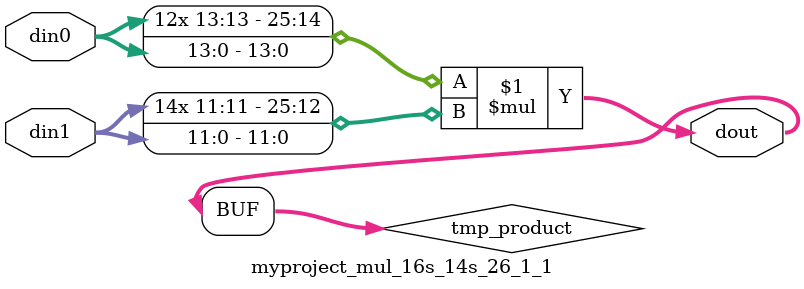
<source format=v>

`timescale 1 ns / 1 ps

  module myproject_mul_16s_14s_26_1_1(din0, din1, dout);
parameter ID = 1;
parameter NUM_STAGE = 0;
parameter din0_WIDTH = 14;
parameter din1_WIDTH = 12;
parameter dout_WIDTH = 26;

input [din0_WIDTH - 1 : 0] din0; 
input [din1_WIDTH - 1 : 0] din1; 
output [dout_WIDTH - 1 : 0] dout;

wire signed [dout_WIDTH - 1 : 0] tmp_product;













assign tmp_product = $signed(din0) * $signed(din1);








assign dout = tmp_product;







endmodule

</source>
